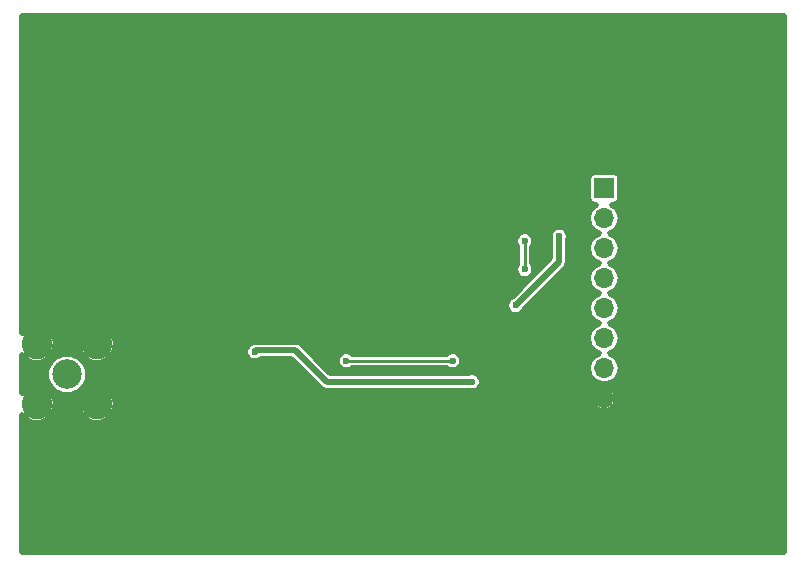
<source format=gbr>
G04 #@! TF.FileFunction,Copper,L2,Bot,Signal*
%FSLAX46Y46*%
G04 Gerber Fmt 4.6, Leading zero omitted, Abs format (unit mm)*
G04 Created by KiCad (PCBNEW 4.0.7) date 05/21/18 22:53:13*
%MOMM*%
%LPD*%
G01*
G04 APERTURE LIST*
%ADD10C,0.020000*%
%ADD11C,2.500000*%
%ADD12C,2.600000*%
%ADD13R,1.700000X1.700000*%
%ADD14O,1.700000X1.700000*%
%ADD15C,0.600000*%
%ADD16C,0.508000*%
%ADD17C,0.254000*%
%ADD18C,0.500000*%
G04 APERTURE END LIST*
D10*
D11*
X37338000Y-59690000D03*
D12*
X34798000Y-57150000D03*
X34798000Y-62230000D03*
X39878000Y-62230000D03*
X39878000Y-57150000D03*
D13*
X82804000Y-43942000D03*
D14*
X82804000Y-46482000D03*
X82804000Y-49022000D03*
X82804000Y-51562000D03*
X82804000Y-54102000D03*
X82804000Y-56642000D03*
X82804000Y-59182000D03*
X82804000Y-61722000D03*
D15*
X55880000Y-50800000D03*
X58928000Y-50800000D03*
X58928000Y-47244000D03*
X56388000Y-47244000D03*
X71628000Y-60325000D03*
X53213000Y-57785000D03*
X69977000Y-58547000D03*
X60960000Y-58547000D03*
X75311000Y-53848000D03*
X78994000Y-48006000D03*
X76073000Y-48387000D03*
X76073000Y-50800000D03*
D16*
X59309000Y-60325000D02*
X71628000Y-60325000D01*
X56642000Y-57658000D02*
X59309000Y-60325000D01*
X53340000Y-57658000D02*
X56642000Y-57658000D01*
X53213000Y-57785000D02*
X53340000Y-57658000D01*
D17*
X60960000Y-58547000D02*
X69977000Y-58547000D01*
D16*
X75311000Y-53848000D02*
X76200000Y-52959000D01*
X78994000Y-50165000D02*
X76200000Y-52959000D01*
X78994000Y-48006000D02*
X78994000Y-50165000D01*
D17*
X76073000Y-50800000D02*
X76073000Y-48387000D01*
D18*
G36*
X98048000Y-74680000D02*
X33524000Y-74680000D01*
X33524000Y-63306118D01*
X33727539Y-63306118D01*
X33872324Y-63510890D01*
X34432962Y-63767629D01*
X35049174Y-63790278D01*
X35627146Y-63575389D01*
X35723676Y-63510890D01*
X35868461Y-63306118D01*
X38807539Y-63306118D01*
X38952324Y-63510890D01*
X39512962Y-63767629D01*
X40129174Y-63790278D01*
X40707146Y-63575389D01*
X40803676Y-63510890D01*
X40948461Y-63306118D01*
X39878000Y-62235657D01*
X38807539Y-63306118D01*
X35868461Y-63306118D01*
X34798000Y-62235657D01*
X33727539Y-63306118D01*
X33524000Y-63306118D01*
X33524000Y-63160548D01*
X33721882Y-63300461D01*
X34792343Y-62230000D01*
X34803657Y-62230000D01*
X35874118Y-63300461D01*
X36078890Y-63155676D01*
X36335629Y-62595038D01*
X36339814Y-62481174D01*
X38317722Y-62481174D01*
X38532611Y-63059146D01*
X38597110Y-63155676D01*
X38801882Y-63300461D01*
X39872343Y-62230000D01*
X39883657Y-62230000D01*
X40954118Y-63300461D01*
X41158890Y-63155676D01*
X41415629Y-62595038D01*
X41438278Y-61978826D01*
X41408238Y-61898028D01*
X81718175Y-61898028D01*
X81733466Y-61974898D01*
X81911735Y-62365323D01*
X82225844Y-62657808D01*
X82627972Y-62807825D01*
X82800000Y-62759493D01*
X82800000Y-61726000D01*
X82808000Y-61726000D01*
X82808000Y-62759493D01*
X82980028Y-62807825D01*
X83382156Y-62657808D01*
X83696265Y-62365323D01*
X83874534Y-61974898D01*
X83889825Y-61898028D01*
X83841492Y-61726000D01*
X82808000Y-61726000D01*
X82800000Y-61726000D01*
X81766508Y-61726000D01*
X81718175Y-61898028D01*
X41408238Y-61898028D01*
X41277344Y-61545972D01*
X81718175Y-61545972D01*
X81766508Y-61718000D01*
X82800000Y-61718000D01*
X82800000Y-60684507D01*
X82808000Y-60684507D01*
X82808000Y-61718000D01*
X83841492Y-61718000D01*
X83889825Y-61545972D01*
X83874534Y-61469102D01*
X83696265Y-61078677D01*
X83382156Y-60786192D01*
X82980028Y-60636175D01*
X82808000Y-60684507D01*
X82800000Y-60684507D01*
X82627972Y-60636175D01*
X82225844Y-60786192D01*
X81911735Y-61078677D01*
X81733466Y-61469102D01*
X81718175Y-61545972D01*
X41277344Y-61545972D01*
X41223389Y-61400854D01*
X41158890Y-61304324D01*
X40954118Y-61159539D01*
X39883657Y-62230000D01*
X39872343Y-62230000D01*
X38801882Y-61159539D01*
X38597110Y-61304324D01*
X38340371Y-61864962D01*
X38317722Y-62481174D01*
X36339814Y-62481174D01*
X36358278Y-61978826D01*
X36143389Y-61400854D01*
X36078890Y-61304324D01*
X35874118Y-61159539D01*
X34803657Y-62230000D01*
X34792343Y-62230000D01*
X33721882Y-61159539D01*
X33524000Y-61299452D01*
X33524000Y-61153882D01*
X33727539Y-61153882D01*
X34798000Y-62224343D01*
X35868461Y-61153882D01*
X35723676Y-60949110D01*
X35163038Y-60692371D01*
X34546826Y-60669722D01*
X33968854Y-60884611D01*
X33872324Y-60949110D01*
X33727539Y-61153882D01*
X33524000Y-61153882D01*
X33524000Y-60037362D01*
X35583696Y-60037362D01*
X35850164Y-60682263D01*
X36343142Y-61176102D01*
X36987577Y-61443695D01*
X37685362Y-61444304D01*
X38330263Y-61177836D01*
X38354258Y-61153882D01*
X38807539Y-61153882D01*
X39878000Y-62224343D01*
X40948461Y-61153882D01*
X40803676Y-60949110D01*
X40243038Y-60692371D01*
X39626826Y-60669722D01*
X39048854Y-60884611D01*
X38952324Y-60949110D01*
X38807539Y-61153882D01*
X38354258Y-61153882D01*
X38824102Y-60684858D01*
X39091695Y-60040423D01*
X39092304Y-59342638D01*
X38825836Y-58697737D01*
X38355040Y-58226118D01*
X38807539Y-58226118D01*
X38952324Y-58430890D01*
X39512962Y-58687629D01*
X40129174Y-58710278D01*
X40707146Y-58495389D01*
X40803676Y-58430890D01*
X40948461Y-58226118D01*
X39878000Y-57155657D01*
X38807539Y-58226118D01*
X38355040Y-58226118D01*
X38332858Y-58203898D01*
X37688423Y-57936305D01*
X36990638Y-57935696D01*
X36345737Y-58202164D01*
X35851898Y-58695142D01*
X35584305Y-59339577D01*
X35583696Y-60037362D01*
X33524000Y-60037362D01*
X33524000Y-58226118D01*
X33727539Y-58226118D01*
X33872324Y-58430890D01*
X34432962Y-58687629D01*
X35049174Y-58710278D01*
X35627146Y-58495389D01*
X35723676Y-58430890D01*
X35868461Y-58226118D01*
X34798000Y-57155657D01*
X33727539Y-58226118D01*
X33524000Y-58226118D01*
X33524000Y-58080548D01*
X33721882Y-58220461D01*
X34792343Y-57150000D01*
X34803657Y-57150000D01*
X35874118Y-58220461D01*
X36078890Y-58075676D01*
X36335629Y-57515038D01*
X36339814Y-57401174D01*
X38317722Y-57401174D01*
X38532611Y-57979146D01*
X38597110Y-58075676D01*
X38801882Y-58220461D01*
X39872343Y-57150000D01*
X39883657Y-57150000D01*
X40954118Y-58220461D01*
X41158890Y-58075676D01*
X41219087Y-57944224D01*
X52408861Y-57944224D01*
X52531005Y-58239834D01*
X52756976Y-58466200D01*
X53052373Y-58588860D01*
X53372224Y-58589139D01*
X53667834Y-58466995D01*
X53718918Y-58416000D01*
X56328026Y-58416000D01*
X58773013Y-60860987D01*
X59018926Y-61025301D01*
X59309000Y-61083000D01*
X71356930Y-61083000D01*
X71467373Y-61128860D01*
X71787224Y-61129139D01*
X72082834Y-61006995D01*
X72309200Y-60781024D01*
X72431860Y-60485627D01*
X72432139Y-60165776D01*
X72309995Y-59870166D01*
X72084024Y-59643800D01*
X71788627Y-59521140D01*
X71468776Y-59520861D01*
X71357111Y-59567000D01*
X59622974Y-59567000D01*
X58762198Y-58706224D01*
X60155861Y-58706224D01*
X60278005Y-59001834D01*
X60503976Y-59228200D01*
X60799373Y-59350860D01*
X61119224Y-59351139D01*
X61414834Y-59228995D01*
X61465918Y-59178000D01*
X69470864Y-59178000D01*
X69520976Y-59228200D01*
X69816373Y-59350860D01*
X70136224Y-59351139D01*
X70431834Y-59228995D01*
X70658200Y-59003024D01*
X70780860Y-58707627D01*
X70781139Y-58387776D01*
X70658995Y-58092166D01*
X70433024Y-57865800D01*
X70137627Y-57743140D01*
X69817776Y-57742861D01*
X69522166Y-57865005D01*
X69471082Y-57916000D01*
X61466136Y-57916000D01*
X61416024Y-57865800D01*
X61120627Y-57743140D01*
X60800776Y-57742861D01*
X60505166Y-57865005D01*
X60278800Y-58090976D01*
X60156140Y-58386373D01*
X60155861Y-58706224D01*
X58762198Y-58706224D01*
X57177987Y-57122013D01*
X56932074Y-56957699D01*
X56642000Y-56900000D01*
X53340000Y-56900000D01*
X53049926Y-56957699D01*
X52952851Y-57022563D01*
X52758166Y-57103005D01*
X52531800Y-57328976D01*
X52409140Y-57624373D01*
X52408861Y-57944224D01*
X41219087Y-57944224D01*
X41415629Y-57515038D01*
X41438278Y-56898826D01*
X41223389Y-56320854D01*
X41158890Y-56224324D01*
X40954118Y-56079539D01*
X39883657Y-57150000D01*
X39872343Y-57150000D01*
X38801882Y-56079539D01*
X38597110Y-56224324D01*
X38340371Y-56784962D01*
X38317722Y-57401174D01*
X36339814Y-57401174D01*
X36358278Y-56898826D01*
X36143389Y-56320854D01*
X36078890Y-56224324D01*
X35874118Y-56079539D01*
X34803657Y-57150000D01*
X34792343Y-57150000D01*
X33721882Y-56079539D01*
X33524000Y-56219452D01*
X33524000Y-56073882D01*
X33727539Y-56073882D01*
X34798000Y-57144343D01*
X35868461Y-56073882D01*
X38807539Y-56073882D01*
X39878000Y-57144343D01*
X40948461Y-56073882D01*
X40803676Y-55869110D01*
X40243038Y-55612371D01*
X39626826Y-55589722D01*
X39048854Y-55804611D01*
X38952324Y-55869110D01*
X38807539Y-56073882D01*
X35868461Y-56073882D01*
X35723676Y-55869110D01*
X35163038Y-55612371D01*
X34546826Y-55589722D01*
X33968854Y-55804611D01*
X33872324Y-55869110D01*
X33727539Y-56073882D01*
X33524000Y-56073882D01*
X33524000Y-54007224D01*
X74506861Y-54007224D01*
X74629005Y-54302834D01*
X74854976Y-54529200D01*
X75150373Y-54651860D01*
X75470224Y-54652139D01*
X75765834Y-54529995D01*
X75992200Y-54304024D01*
X76038534Y-54192440D01*
X79529987Y-50700987D01*
X79694301Y-50455074D01*
X79752000Y-50165000D01*
X79752000Y-48277070D01*
X79797860Y-48166627D01*
X79798139Y-47846776D01*
X79675995Y-47551166D01*
X79450024Y-47324800D01*
X79154627Y-47202140D01*
X78834776Y-47201861D01*
X78539166Y-47324005D01*
X78312800Y-47549976D01*
X78190140Y-47845373D01*
X78189861Y-48165224D01*
X78236000Y-48276889D01*
X78236000Y-49851026D01*
X74966688Y-53120338D01*
X74856166Y-53166005D01*
X74629800Y-53391976D01*
X74507140Y-53687373D01*
X74506861Y-54007224D01*
X33524000Y-54007224D01*
X33524000Y-48546224D01*
X75268861Y-48546224D01*
X75391005Y-48841834D01*
X75442000Y-48892918D01*
X75442000Y-50293864D01*
X75391800Y-50343976D01*
X75269140Y-50639373D01*
X75268861Y-50959224D01*
X75391005Y-51254834D01*
X75616976Y-51481200D01*
X75912373Y-51603860D01*
X76232224Y-51604139D01*
X76527834Y-51481995D01*
X76754200Y-51256024D01*
X76876860Y-50960627D01*
X76877139Y-50640776D01*
X76754995Y-50345166D01*
X76704000Y-50294082D01*
X76704000Y-48893136D01*
X76754200Y-48843024D01*
X76876860Y-48547627D01*
X76877139Y-48227776D01*
X76754995Y-47932166D01*
X76529024Y-47705800D01*
X76233627Y-47583140D01*
X75913776Y-47582861D01*
X75618166Y-47705005D01*
X75391800Y-47930976D01*
X75269140Y-48226373D01*
X75268861Y-48546224D01*
X33524000Y-48546224D01*
X33524000Y-46482000D01*
X81423474Y-46482000D01*
X81526541Y-47000153D01*
X81820051Y-47439423D01*
X82259321Y-47732933D01*
X82355177Y-47752000D01*
X82259321Y-47771067D01*
X81820051Y-48064577D01*
X81526541Y-48503847D01*
X81423474Y-49022000D01*
X81526541Y-49540153D01*
X81820051Y-49979423D01*
X82259321Y-50272933D01*
X82355177Y-50292000D01*
X82259321Y-50311067D01*
X81820051Y-50604577D01*
X81526541Y-51043847D01*
X81423474Y-51562000D01*
X81526541Y-52080153D01*
X81820051Y-52519423D01*
X82259321Y-52812933D01*
X82355177Y-52832000D01*
X82259321Y-52851067D01*
X81820051Y-53144577D01*
X81526541Y-53583847D01*
X81423474Y-54102000D01*
X81526541Y-54620153D01*
X81820051Y-55059423D01*
X82259321Y-55352933D01*
X82355177Y-55372000D01*
X82259321Y-55391067D01*
X81820051Y-55684577D01*
X81526541Y-56123847D01*
X81423474Y-56642000D01*
X81526541Y-57160153D01*
X81820051Y-57599423D01*
X82259321Y-57892933D01*
X82355177Y-57912000D01*
X82259321Y-57931067D01*
X81820051Y-58224577D01*
X81526541Y-58663847D01*
X81423474Y-59182000D01*
X81526541Y-59700153D01*
X81820051Y-60139423D01*
X82259321Y-60432933D01*
X82777474Y-60536000D01*
X82830526Y-60536000D01*
X83348679Y-60432933D01*
X83787949Y-60139423D01*
X84081459Y-59700153D01*
X84184526Y-59182000D01*
X84081459Y-58663847D01*
X83787949Y-58224577D01*
X83348679Y-57931067D01*
X83252823Y-57912000D01*
X83348679Y-57892933D01*
X83787949Y-57599423D01*
X84081459Y-57160153D01*
X84184526Y-56642000D01*
X84081459Y-56123847D01*
X83787949Y-55684577D01*
X83348679Y-55391067D01*
X83252823Y-55372000D01*
X83348679Y-55352933D01*
X83787949Y-55059423D01*
X84081459Y-54620153D01*
X84184526Y-54102000D01*
X84081459Y-53583847D01*
X83787949Y-53144577D01*
X83348679Y-52851067D01*
X83252823Y-52832000D01*
X83348679Y-52812933D01*
X83787949Y-52519423D01*
X84081459Y-52080153D01*
X84184526Y-51562000D01*
X84081459Y-51043847D01*
X83787949Y-50604577D01*
X83348679Y-50311067D01*
X83252823Y-50292000D01*
X83348679Y-50272933D01*
X83787949Y-49979423D01*
X84081459Y-49540153D01*
X84184526Y-49022000D01*
X84081459Y-48503847D01*
X83787949Y-48064577D01*
X83348679Y-47771067D01*
X83252823Y-47752000D01*
X83348679Y-47732933D01*
X83787949Y-47439423D01*
X84081459Y-47000153D01*
X84184526Y-46482000D01*
X84081459Y-45963847D01*
X83787949Y-45524577D01*
X83460634Y-45305873D01*
X83654000Y-45305873D01*
X83840771Y-45270730D01*
X84012309Y-45160348D01*
X84127387Y-44991925D01*
X84167873Y-44792000D01*
X84167873Y-43092000D01*
X84132730Y-42905229D01*
X84022348Y-42733691D01*
X83853925Y-42618613D01*
X83654000Y-42578127D01*
X81954000Y-42578127D01*
X81767229Y-42613270D01*
X81595691Y-42723652D01*
X81480613Y-42892075D01*
X81440127Y-43092000D01*
X81440127Y-44792000D01*
X81475270Y-44978771D01*
X81585652Y-45150309D01*
X81754075Y-45265387D01*
X81954000Y-45305873D01*
X82147366Y-45305873D01*
X81820051Y-45524577D01*
X81526541Y-45963847D01*
X81423474Y-46482000D01*
X33524000Y-46482000D01*
X33524000Y-29333000D01*
X98048000Y-29333000D01*
X98048000Y-74680000D01*
X98048000Y-74680000D01*
G37*
X98048000Y-74680000D02*
X33524000Y-74680000D01*
X33524000Y-63306118D01*
X33727539Y-63306118D01*
X33872324Y-63510890D01*
X34432962Y-63767629D01*
X35049174Y-63790278D01*
X35627146Y-63575389D01*
X35723676Y-63510890D01*
X35868461Y-63306118D01*
X38807539Y-63306118D01*
X38952324Y-63510890D01*
X39512962Y-63767629D01*
X40129174Y-63790278D01*
X40707146Y-63575389D01*
X40803676Y-63510890D01*
X40948461Y-63306118D01*
X39878000Y-62235657D01*
X38807539Y-63306118D01*
X35868461Y-63306118D01*
X34798000Y-62235657D01*
X33727539Y-63306118D01*
X33524000Y-63306118D01*
X33524000Y-63160548D01*
X33721882Y-63300461D01*
X34792343Y-62230000D01*
X34803657Y-62230000D01*
X35874118Y-63300461D01*
X36078890Y-63155676D01*
X36335629Y-62595038D01*
X36339814Y-62481174D01*
X38317722Y-62481174D01*
X38532611Y-63059146D01*
X38597110Y-63155676D01*
X38801882Y-63300461D01*
X39872343Y-62230000D01*
X39883657Y-62230000D01*
X40954118Y-63300461D01*
X41158890Y-63155676D01*
X41415629Y-62595038D01*
X41438278Y-61978826D01*
X41408238Y-61898028D01*
X81718175Y-61898028D01*
X81733466Y-61974898D01*
X81911735Y-62365323D01*
X82225844Y-62657808D01*
X82627972Y-62807825D01*
X82800000Y-62759493D01*
X82800000Y-61726000D01*
X82808000Y-61726000D01*
X82808000Y-62759493D01*
X82980028Y-62807825D01*
X83382156Y-62657808D01*
X83696265Y-62365323D01*
X83874534Y-61974898D01*
X83889825Y-61898028D01*
X83841492Y-61726000D01*
X82808000Y-61726000D01*
X82800000Y-61726000D01*
X81766508Y-61726000D01*
X81718175Y-61898028D01*
X41408238Y-61898028D01*
X41277344Y-61545972D01*
X81718175Y-61545972D01*
X81766508Y-61718000D01*
X82800000Y-61718000D01*
X82800000Y-60684507D01*
X82808000Y-60684507D01*
X82808000Y-61718000D01*
X83841492Y-61718000D01*
X83889825Y-61545972D01*
X83874534Y-61469102D01*
X83696265Y-61078677D01*
X83382156Y-60786192D01*
X82980028Y-60636175D01*
X82808000Y-60684507D01*
X82800000Y-60684507D01*
X82627972Y-60636175D01*
X82225844Y-60786192D01*
X81911735Y-61078677D01*
X81733466Y-61469102D01*
X81718175Y-61545972D01*
X41277344Y-61545972D01*
X41223389Y-61400854D01*
X41158890Y-61304324D01*
X40954118Y-61159539D01*
X39883657Y-62230000D01*
X39872343Y-62230000D01*
X38801882Y-61159539D01*
X38597110Y-61304324D01*
X38340371Y-61864962D01*
X38317722Y-62481174D01*
X36339814Y-62481174D01*
X36358278Y-61978826D01*
X36143389Y-61400854D01*
X36078890Y-61304324D01*
X35874118Y-61159539D01*
X34803657Y-62230000D01*
X34792343Y-62230000D01*
X33721882Y-61159539D01*
X33524000Y-61299452D01*
X33524000Y-61153882D01*
X33727539Y-61153882D01*
X34798000Y-62224343D01*
X35868461Y-61153882D01*
X35723676Y-60949110D01*
X35163038Y-60692371D01*
X34546826Y-60669722D01*
X33968854Y-60884611D01*
X33872324Y-60949110D01*
X33727539Y-61153882D01*
X33524000Y-61153882D01*
X33524000Y-60037362D01*
X35583696Y-60037362D01*
X35850164Y-60682263D01*
X36343142Y-61176102D01*
X36987577Y-61443695D01*
X37685362Y-61444304D01*
X38330263Y-61177836D01*
X38354258Y-61153882D01*
X38807539Y-61153882D01*
X39878000Y-62224343D01*
X40948461Y-61153882D01*
X40803676Y-60949110D01*
X40243038Y-60692371D01*
X39626826Y-60669722D01*
X39048854Y-60884611D01*
X38952324Y-60949110D01*
X38807539Y-61153882D01*
X38354258Y-61153882D01*
X38824102Y-60684858D01*
X39091695Y-60040423D01*
X39092304Y-59342638D01*
X38825836Y-58697737D01*
X38355040Y-58226118D01*
X38807539Y-58226118D01*
X38952324Y-58430890D01*
X39512962Y-58687629D01*
X40129174Y-58710278D01*
X40707146Y-58495389D01*
X40803676Y-58430890D01*
X40948461Y-58226118D01*
X39878000Y-57155657D01*
X38807539Y-58226118D01*
X38355040Y-58226118D01*
X38332858Y-58203898D01*
X37688423Y-57936305D01*
X36990638Y-57935696D01*
X36345737Y-58202164D01*
X35851898Y-58695142D01*
X35584305Y-59339577D01*
X35583696Y-60037362D01*
X33524000Y-60037362D01*
X33524000Y-58226118D01*
X33727539Y-58226118D01*
X33872324Y-58430890D01*
X34432962Y-58687629D01*
X35049174Y-58710278D01*
X35627146Y-58495389D01*
X35723676Y-58430890D01*
X35868461Y-58226118D01*
X34798000Y-57155657D01*
X33727539Y-58226118D01*
X33524000Y-58226118D01*
X33524000Y-58080548D01*
X33721882Y-58220461D01*
X34792343Y-57150000D01*
X34803657Y-57150000D01*
X35874118Y-58220461D01*
X36078890Y-58075676D01*
X36335629Y-57515038D01*
X36339814Y-57401174D01*
X38317722Y-57401174D01*
X38532611Y-57979146D01*
X38597110Y-58075676D01*
X38801882Y-58220461D01*
X39872343Y-57150000D01*
X39883657Y-57150000D01*
X40954118Y-58220461D01*
X41158890Y-58075676D01*
X41219087Y-57944224D01*
X52408861Y-57944224D01*
X52531005Y-58239834D01*
X52756976Y-58466200D01*
X53052373Y-58588860D01*
X53372224Y-58589139D01*
X53667834Y-58466995D01*
X53718918Y-58416000D01*
X56328026Y-58416000D01*
X58773013Y-60860987D01*
X59018926Y-61025301D01*
X59309000Y-61083000D01*
X71356930Y-61083000D01*
X71467373Y-61128860D01*
X71787224Y-61129139D01*
X72082834Y-61006995D01*
X72309200Y-60781024D01*
X72431860Y-60485627D01*
X72432139Y-60165776D01*
X72309995Y-59870166D01*
X72084024Y-59643800D01*
X71788627Y-59521140D01*
X71468776Y-59520861D01*
X71357111Y-59567000D01*
X59622974Y-59567000D01*
X58762198Y-58706224D01*
X60155861Y-58706224D01*
X60278005Y-59001834D01*
X60503976Y-59228200D01*
X60799373Y-59350860D01*
X61119224Y-59351139D01*
X61414834Y-59228995D01*
X61465918Y-59178000D01*
X69470864Y-59178000D01*
X69520976Y-59228200D01*
X69816373Y-59350860D01*
X70136224Y-59351139D01*
X70431834Y-59228995D01*
X70658200Y-59003024D01*
X70780860Y-58707627D01*
X70781139Y-58387776D01*
X70658995Y-58092166D01*
X70433024Y-57865800D01*
X70137627Y-57743140D01*
X69817776Y-57742861D01*
X69522166Y-57865005D01*
X69471082Y-57916000D01*
X61466136Y-57916000D01*
X61416024Y-57865800D01*
X61120627Y-57743140D01*
X60800776Y-57742861D01*
X60505166Y-57865005D01*
X60278800Y-58090976D01*
X60156140Y-58386373D01*
X60155861Y-58706224D01*
X58762198Y-58706224D01*
X57177987Y-57122013D01*
X56932074Y-56957699D01*
X56642000Y-56900000D01*
X53340000Y-56900000D01*
X53049926Y-56957699D01*
X52952851Y-57022563D01*
X52758166Y-57103005D01*
X52531800Y-57328976D01*
X52409140Y-57624373D01*
X52408861Y-57944224D01*
X41219087Y-57944224D01*
X41415629Y-57515038D01*
X41438278Y-56898826D01*
X41223389Y-56320854D01*
X41158890Y-56224324D01*
X40954118Y-56079539D01*
X39883657Y-57150000D01*
X39872343Y-57150000D01*
X38801882Y-56079539D01*
X38597110Y-56224324D01*
X38340371Y-56784962D01*
X38317722Y-57401174D01*
X36339814Y-57401174D01*
X36358278Y-56898826D01*
X36143389Y-56320854D01*
X36078890Y-56224324D01*
X35874118Y-56079539D01*
X34803657Y-57150000D01*
X34792343Y-57150000D01*
X33721882Y-56079539D01*
X33524000Y-56219452D01*
X33524000Y-56073882D01*
X33727539Y-56073882D01*
X34798000Y-57144343D01*
X35868461Y-56073882D01*
X38807539Y-56073882D01*
X39878000Y-57144343D01*
X40948461Y-56073882D01*
X40803676Y-55869110D01*
X40243038Y-55612371D01*
X39626826Y-55589722D01*
X39048854Y-55804611D01*
X38952324Y-55869110D01*
X38807539Y-56073882D01*
X35868461Y-56073882D01*
X35723676Y-55869110D01*
X35163038Y-55612371D01*
X34546826Y-55589722D01*
X33968854Y-55804611D01*
X33872324Y-55869110D01*
X33727539Y-56073882D01*
X33524000Y-56073882D01*
X33524000Y-54007224D01*
X74506861Y-54007224D01*
X74629005Y-54302834D01*
X74854976Y-54529200D01*
X75150373Y-54651860D01*
X75470224Y-54652139D01*
X75765834Y-54529995D01*
X75992200Y-54304024D01*
X76038534Y-54192440D01*
X79529987Y-50700987D01*
X79694301Y-50455074D01*
X79752000Y-50165000D01*
X79752000Y-48277070D01*
X79797860Y-48166627D01*
X79798139Y-47846776D01*
X79675995Y-47551166D01*
X79450024Y-47324800D01*
X79154627Y-47202140D01*
X78834776Y-47201861D01*
X78539166Y-47324005D01*
X78312800Y-47549976D01*
X78190140Y-47845373D01*
X78189861Y-48165224D01*
X78236000Y-48276889D01*
X78236000Y-49851026D01*
X74966688Y-53120338D01*
X74856166Y-53166005D01*
X74629800Y-53391976D01*
X74507140Y-53687373D01*
X74506861Y-54007224D01*
X33524000Y-54007224D01*
X33524000Y-48546224D01*
X75268861Y-48546224D01*
X75391005Y-48841834D01*
X75442000Y-48892918D01*
X75442000Y-50293864D01*
X75391800Y-50343976D01*
X75269140Y-50639373D01*
X75268861Y-50959224D01*
X75391005Y-51254834D01*
X75616976Y-51481200D01*
X75912373Y-51603860D01*
X76232224Y-51604139D01*
X76527834Y-51481995D01*
X76754200Y-51256024D01*
X76876860Y-50960627D01*
X76877139Y-50640776D01*
X76754995Y-50345166D01*
X76704000Y-50294082D01*
X76704000Y-48893136D01*
X76754200Y-48843024D01*
X76876860Y-48547627D01*
X76877139Y-48227776D01*
X76754995Y-47932166D01*
X76529024Y-47705800D01*
X76233627Y-47583140D01*
X75913776Y-47582861D01*
X75618166Y-47705005D01*
X75391800Y-47930976D01*
X75269140Y-48226373D01*
X75268861Y-48546224D01*
X33524000Y-48546224D01*
X33524000Y-46482000D01*
X81423474Y-46482000D01*
X81526541Y-47000153D01*
X81820051Y-47439423D01*
X82259321Y-47732933D01*
X82355177Y-47752000D01*
X82259321Y-47771067D01*
X81820051Y-48064577D01*
X81526541Y-48503847D01*
X81423474Y-49022000D01*
X81526541Y-49540153D01*
X81820051Y-49979423D01*
X82259321Y-50272933D01*
X82355177Y-50292000D01*
X82259321Y-50311067D01*
X81820051Y-50604577D01*
X81526541Y-51043847D01*
X81423474Y-51562000D01*
X81526541Y-52080153D01*
X81820051Y-52519423D01*
X82259321Y-52812933D01*
X82355177Y-52832000D01*
X82259321Y-52851067D01*
X81820051Y-53144577D01*
X81526541Y-53583847D01*
X81423474Y-54102000D01*
X81526541Y-54620153D01*
X81820051Y-55059423D01*
X82259321Y-55352933D01*
X82355177Y-55372000D01*
X82259321Y-55391067D01*
X81820051Y-55684577D01*
X81526541Y-56123847D01*
X81423474Y-56642000D01*
X81526541Y-57160153D01*
X81820051Y-57599423D01*
X82259321Y-57892933D01*
X82355177Y-57912000D01*
X82259321Y-57931067D01*
X81820051Y-58224577D01*
X81526541Y-58663847D01*
X81423474Y-59182000D01*
X81526541Y-59700153D01*
X81820051Y-60139423D01*
X82259321Y-60432933D01*
X82777474Y-60536000D01*
X82830526Y-60536000D01*
X83348679Y-60432933D01*
X83787949Y-60139423D01*
X84081459Y-59700153D01*
X84184526Y-59182000D01*
X84081459Y-58663847D01*
X83787949Y-58224577D01*
X83348679Y-57931067D01*
X83252823Y-57912000D01*
X83348679Y-57892933D01*
X83787949Y-57599423D01*
X84081459Y-57160153D01*
X84184526Y-56642000D01*
X84081459Y-56123847D01*
X83787949Y-55684577D01*
X83348679Y-55391067D01*
X83252823Y-55372000D01*
X83348679Y-55352933D01*
X83787949Y-55059423D01*
X84081459Y-54620153D01*
X84184526Y-54102000D01*
X84081459Y-53583847D01*
X83787949Y-53144577D01*
X83348679Y-52851067D01*
X83252823Y-52832000D01*
X83348679Y-52812933D01*
X83787949Y-52519423D01*
X84081459Y-52080153D01*
X84184526Y-51562000D01*
X84081459Y-51043847D01*
X83787949Y-50604577D01*
X83348679Y-50311067D01*
X83252823Y-50292000D01*
X83348679Y-50272933D01*
X83787949Y-49979423D01*
X84081459Y-49540153D01*
X84184526Y-49022000D01*
X84081459Y-48503847D01*
X83787949Y-48064577D01*
X83348679Y-47771067D01*
X83252823Y-47752000D01*
X83348679Y-47732933D01*
X83787949Y-47439423D01*
X84081459Y-47000153D01*
X84184526Y-46482000D01*
X84081459Y-45963847D01*
X83787949Y-45524577D01*
X83460634Y-45305873D01*
X83654000Y-45305873D01*
X83840771Y-45270730D01*
X84012309Y-45160348D01*
X84127387Y-44991925D01*
X84167873Y-44792000D01*
X84167873Y-43092000D01*
X84132730Y-42905229D01*
X84022348Y-42733691D01*
X83853925Y-42618613D01*
X83654000Y-42578127D01*
X81954000Y-42578127D01*
X81767229Y-42613270D01*
X81595691Y-42723652D01*
X81480613Y-42892075D01*
X81440127Y-43092000D01*
X81440127Y-44792000D01*
X81475270Y-44978771D01*
X81585652Y-45150309D01*
X81754075Y-45265387D01*
X81954000Y-45305873D01*
X82147366Y-45305873D01*
X81820051Y-45524577D01*
X81526541Y-45963847D01*
X81423474Y-46482000D01*
X33524000Y-46482000D01*
X33524000Y-29333000D01*
X98048000Y-29333000D01*
X98048000Y-74680000D01*
M02*

</source>
